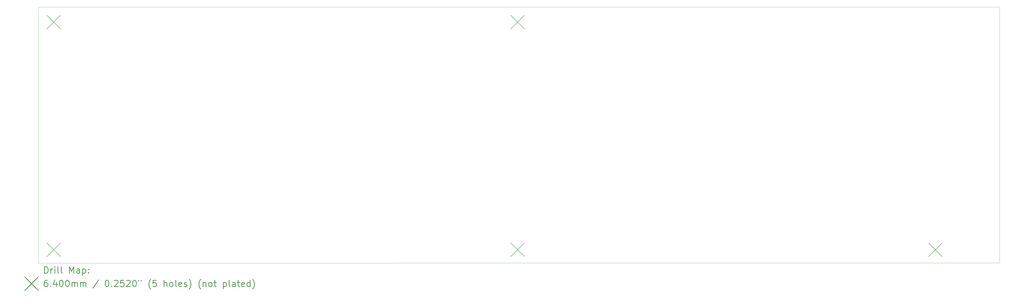
<source format=gbr>
%FSLAX45Y45*%
G04 Gerber Fmt 4.5, Leading zero omitted, Abs format (unit mm)*
G04 Created by KiCad (PCBNEW (5.1.10-1-10_14)) date 2021-11-04 03:33:29*
%MOMM*%
%LPD*%
G01*
G04 APERTURE LIST*
%TA.AperFunction,Profile*%
%ADD10C,0.050000*%
%TD*%
%ADD11C,0.200000*%
%ADD12C,0.300000*%
G04 APERTURE END LIST*
D10*
X50000000Y-15986000D02*
X49784000Y-15986000D01*
X50000000Y-15764000D02*
X50000000Y-15986000D01*
X38354000Y-15986000D02*
X49784000Y-15986000D01*
X50000000Y-4000000D02*
X50000000Y-15764000D01*
X5000000Y-6000000D02*
X5000000Y-4000000D01*
X35000000Y-4000000D02*
X50000000Y-4000000D01*
X5000000Y-16000000D02*
X5000000Y-6000000D01*
X38354000Y-15986000D02*
X5000000Y-16000000D01*
X5000000Y-4000000D02*
X35000000Y-4000000D01*
D11*
X5395000Y-4379000D02*
X6035000Y-5019000D01*
X6035000Y-4379000D02*
X5395000Y-5019000D01*
X5395000Y-15047000D02*
X6035000Y-15687000D01*
X6035000Y-15047000D02*
X5395000Y-15687000D01*
X27112000Y-4379000D02*
X27752000Y-5019000D01*
X27752000Y-4379000D02*
X27112000Y-5019000D01*
X27112000Y-15047000D02*
X27752000Y-15687000D01*
X27752000Y-15047000D02*
X27112000Y-15687000D01*
X46670000Y-15047000D02*
X47310000Y-15687000D01*
X47310000Y-15047000D02*
X46670000Y-15687000D01*
D12*
X5283928Y-16468214D02*
X5283928Y-16168214D01*
X5355357Y-16168214D01*
X5398214Y-16182500D01*
X5426786Y-16211071D01*
X5441071Y-16239643D01*
X5455357Y-16296786D01*
X5455357Y-16339643D01*
X5441071Y-16396786D01*
X5426786Y-16425357D01*
X5398214Y-16453929D01*
X5355357Y-16468214D01*
X5283928Y-16468214D01*
X5583928Y-16468214D02*
X5583928Y-16268214D01*
X5583928Y-16325357D02*
X5598214Y-16296786D01*
X5612500Y-16282500D01*
X5641071Y-16268214D01*
X5669643Y-16268214D01*
X5769643Y-16468214D02*
X5769643Y-16268214D01*
X5769643Y-16168214D02*
X5755357Y-16182500D01*
X5769643Y-16196786D01*
X5783928Y-16182500D01*
X5769643Y-16168214D01*
X5769643Y-16196786D01*
X5955357Y-16468214D02*
X5926786Y-16453929D01*
X5912500Y-16425357D01*
X5912500Y-16168214D01*
X6112500Y-16468214D02*
X6083928Y-16453929D01*
X6069643Y-16425357D01*
X6069643Y-16168214D01*
X6455357Y-16468214D02*
X6455357Y-16168214D01*
X6555357Y-16382500D01*
X6655357Y-16168214D01*
X6655357Y-16468214D01*
X6926786Y-16468214D02*
X6926786Y-16311071D01*
X6912500Y-16282500D01*
X6883928Y-16268214D01*
X6826786Y-16268214D01*
X6798214Y-16282500D01*
X6926786Y-16453929D02*
X6898214Y-16468214D01*
X6826786Y-16468214D01*
X6798214Y-16453929D01*
X6783928Y-16425357D01*
X6783928Y-16396786D01*
X6798214Y-16368214D01*
X6826786Y-16353929D01*
X6898214Y-16353929D01*
X6926786Y-16339643D01*
X7069643Y-16268214D02*
X7069643Y-16568214D01*
X7069643Y-16282500D02*
X7098214Y-16268214D01*
X7155357Y-16268214D01*
X7183928Y-16282500D01*
X7198214Y-16296786D01*
X7212500Y-16325357D01*
X7212500Y-16411071D01*
X7198214Y-16439643D01*
X7183928Y-16453929D01*
X7155357Y-16468214D01*
X7098214Y-16468214D01*
X7069643Y-16453929D01*
X7341071Y-16439643D02*
X7355357Y-16453929D01*
X7341071Y-16468214D01*
X7326786Y-16453929D01*
X7341071Y-16439643D01*
X7341071Y-16468214D01*
X7341071Y-16282500D02*
X7355357Y-16296786D01*
X7341071Y-16311071D01*
X7326786Y-16296786D01*
X7341071Y-16282500D01*
X7341071Y-16311071D01*
X4357500Y-16642500D02*
X4997500Y-17282500D01*
X4997500Y-16642500D02*
X4357500Y-17282500D01*
X5412500Y-16798214D02*
X5355357Y-16798214D01*
X5326786Y-16812500D01*
X5312500Y-16826786D01*
X5283928Y-16869643D01*
X5269643Y-16926786D01*
X5269643Y-17041072D01*
X5283928Y-17069643D01*
X5298214Y-17083929D01*
X5326786Y-17098214D01*
X5383928Y-17098214D01*
X5412500Y-17083929D01*
X5426786Y-17069643D01*
X5441071Y-17041072D01*
X5441071Y-16969643D01*
X5426786Y-16941072D01*
X5412500Y-16926786D01*
X5383928Y-16912500D01*
X5326786Y-16912500D01*
X5298214Y-16926786D01*
X5283928Y-16941072D01*
X5269643Y-16969643D01*
X5569643Y-17069643D02*
X5583928Y-17083929D01*
X5569643Y-17098214D01*
X5555357Y-17083929D01*
X5569643Y-17069643D01*
X5569643Y-17098214D01*
X5841071Y-16898214D02*
X5841071Y-17098214D01*
X5769643Y-16783929D02*
X5698214Y-16998214D01*
X5883928Y-16998214D01*
X6055357Y-16798214D02*
X6083928Y-16798214D01*
X6112500Y-16812500D01*
X6126786Y-16826786D01*
X6141071Y-16855357D01*
X6155357Y-16912500D01*
X6155357Y-16983929D01*
X6141071Y-17041072D01*
X6126786Y-17069643D01*
X6112500Y-17083929D01*
X6083928Y-17098214D01*
X6055357Y-17098214D01*
X6026786Y-17083929D01*
X6012500Y-17069643D01*
X5998214Y-17041072D01*
X5983928Y-16983929D01*
X5983928Y-16912500D01*
X5998214Y-16855357D01*
X6012500Y-16826786D01*
X6026786Y-16812500D01*
X6055357Y-16798214D01*
X6341071Y-16798214D02*
X6369643Y-16798214D01*
X6398214Y-16812500D01*
X6412500Y-16826786D01*
X6426786Y-16855357D01*
X6441071Y-16912500D01*
X6441071Y-16983929D01*
X6426786Y-17041072D01*
X6412500Y-17069643D01*
X6398214Y-17083929D01*
X6369643Y-17098214D01*
X6341071Y-17098214D01*
X6312500Y-17083929D01*
X6298214Y-17069643D01*
X6283928Y-17041072D01*
X6269643Y-16983929D01*
X6269643Y-16912500D01*
X6283928Y-16855357D01*
X6298214Y-16826786D01*
X6312500Y-16812500D01*
X6341071Y-16798214D01*
X6569643Y-17098214D02*
X6569643Y-16898214D01*
X6569643Y-16926786D02*
X6583928Y-16912500D01*
X6612500Y-16898214D01*
X6655357Y-16898214D01*
X6683928Y-16912500D01*
X6698214Y-16941072D01*
X6698214Y-17098214D01*
X6698214Y-16941072D02*
X6712500Y-16912500D01*
X6741071Y-16898214D01*
X6783928Y-16898214D01*
X6812500Y-16912500D01*
X6826786Y-16941072D01*
X6826786Y-17098214D01*
X6969643Y-17098214D02*
X6969643Y-16898214D01*
X6969643Y-16926786D02*
X6983928Y-16912500D01*
X7012500Y-16898214D01*
X7055357Y-16898214D01*
X7083928Y-16912500D01*
X7098214Y-16941072D01*
X7098214Y-17098214D01*
X7098214Y-16941072D02*
X7112500Y-16912500D01*
X7141071Y-16898214D01*
X7183928Y-16898214D01*
X7212500Y-16912500D01*
X7226786Y-16941072D01*
X7226786Y-17098214D01*
X7812500Y-16783929D02*
X7555357Y-17169643D01*
X8198214Y-16798214D02*
X8226786Y-16798214D01*
X8255357Y-16812500D01*
X8269643Y-16826786D01*
X8283928Y-16855357D01*
X8298214Y-16912500D01*
X8298214Y-16983929D01*
X8283928Y-17041072D01*
X8269643Y-17069643D01*
X8255357Y-17083929D01*
X8226786Y-17098214D01*
X8198214Y-17098214D01*
X8169643Y-17083929D01*
X8155357Y-17069643D01*
X8141071Y-17041072D01*
X8126786Y-16983929D01*
X8126786Y-16912500D01*
X8141071Y-16855357D01*
X8155357Y-16826786D01*
X8169643Y-16812500D01*
X8198214Y-16798214D01*
X8426786Y-17069643D02*
X8441071Y-17083929D01*
X8426786Y-17098214D01*
X8412500Y-17083929D01*
X8426786Y-17069643D01*
X8426786Y-17098214D01*
X8555357Y-16826786D02*
X8569643Y-16812500D01*
X8598214Y-16798214D01*
X8669643Y-16798214D01*
X8698214Y-16812500D01*
X8712500Y-16826786D01*
X8726786Y-16855357D01*
X8726786Y-16883929D01*
X8712500Y-16926786D01*
X8541071Y-17098214D01*
X8726786Y-17098214D01*
X8998214Y-16798214D02*
X8855357Y-16798214D01*
X8841071Y-16941072D01*
X8855357Y-16926786D01*
X8883928Y-16912500D01*
X8955357Y-16912500D01*
X8983928Y-16926786D01*
X8998214Y-16941072D01*
X9012500Y-16969643D01*
X9012500Y-17041072D01*
X8998214Y-17069643D01*
X8983928Y-17083929D01*
X8955357Y-17098214D01*
X8883928Y-17098214D01*
X8855357Y-17083929D01*
X8841071Y-17069643D01*
X9126786Y-16826786D02*
X9141071Y-16812500D01*
X9169643Y-16798214D01*
X9241071Y-16798214D01*
X9269643Y-16812500D01*
X9283928Y-16826786D01*
X9298214Y-16855357D01*
X9298214Y-16883929D01*
X9283928Y-16926786D01*
X9112500Y-17098214D01*
X9298214Y-17098214D01*
X9483928Y-16798214D02*
X9512500Y-16798214D01*
X9541071Y-16812500D01*
X9555357Y-16826786D01*
X9569643Y-16855357D01*
X9583928Y-16912500D01*
X9583928Y-16983929D01*
X9569643Y-17041072D01*
X9555357Y-17069643D01*
X9541071Y-17083929D01*
X9512500Y-17098214D01*
X9483928Y-17098214D01*
X9455357Y-17083929D01*
X9441071Y-17069643D01*
X9426786Y-17041072D01*
X9412500Y-16983929D01*
X9412500Y-16912500D01*
X9426786Y-16855357D01*
X9441071Y-16826786D01*
X9455357Y-16812500D01*
X9483928Y-16798214D01*
X9698214Y-16798214D02*
X9698214Y-16855357D01*
X9812500Y-16798214D02*
X9812500Y-16855357D01*
X10255357Y-17212500D02*
X10241071Y-17198214D01*
X10212500Y-17155357D01*
X10198214Y-17126786D01*
X10183928Y-17083929D01*
X10169643Y-17012500D01*
X10169643Y-16955357D01*
X10183928Y-16883929D01*
X10198214Y-16841072D01*
X10212500Y-16812500D01*
X10241071Y-16769643D01*
X10255357Y-16755357D01*
X10512500Y-16798214D02*
X10369643Y-16798214D01*
X10355357Y-16941072D01*
X10369643Y-16926786D01*
X10398214Y-16912500D01*
X10469643Y-16912500D01*
X10498214Y-16926786D01*
X10512500Y-16941072D01*
X10526786Y-16969643D01*
X10526786Y-17041072D01*
X10512500Y-17069643D01*
X10498214Y-17083929D01*
X10469643Y-17098214D01*
X10398214Y-17098214D01*
X10369643Y-17083929D01*
X10355357Y-17069643D01*
X10883928Y-17098214D02*
X10883928Y-16798214D01*
X11012500Y-17098214D02*
X11012500Y-16941072D01*
X10998214Y-16912500D01*
X10969643Y-16898214D01*
X10926786Y-16898214D01*
X10898214Y-16912500D01*
X10883928Y-16926786D01*
X11198214Y-17098214D02*
X11169643Y-17083929D01*
X11155357Y-17069643D01*
X11141071Y-17041072D01*
X11141071Y-16955357D01*
X11155357Y-16926786D01*
X11169643Y-16912500D01*
X11198214Y-16898214D01*
X11241071Y-16898214D01*
X11269643Y-16912500D01*
X11283928Y-16926786D01*
X11298214Y-16955357D01*
X11298214Y-17041072D01*
X11283928Y-17069643D01*
X11269643Y-17083929D01*
X11241071Y-17098214D01*
X11198214Y-17098214D01*
X11469643Y-17098214D02*
X11441071Y-17083929D01*
X11426786Y-17055357D01*
X11426786Y-16798214D01*
X11698214Y-17083929D02*
X11669643Y-17098214D01*
X11612500Y-17098214D01*
X11583928Y-17083929D01*
X11569643Y-17055357D01*
X11569643Y-16941072D01*
X11583928Y-16912500D01*
X11612500Y-16898214D01*
X11669643Y-16898214D01*
X11698214Y-16912500D01*
X11712500Y-16941072D01*
X11712500Y-16969643D01*
X11569643Y-16998214D01*
X11826786Y-17083929D02*
X11855357Y-17098214D01*
X11912500Y-17098214D01*
X11941071Y-17083929D01*
X11955357Y-17055357D01*
X11955357Y-17041072D01*
X11941071Y-17012500D01*
X11912500Y-16998214D01*
X11869643Y-16998214D01*
X11841071Y-16983929D01*
X11826786Y-16955357D01*
X11826786Y-16941072D01*
X11841071Y-16912500D01*
X11869643Y-16898214D01*
X11912500Y-16898214D01*
X11941071Y-16912500D01*
X12055357Y-17212500D02*
X12069643Y-17198214D01*
X12098214Y-17155357D01*
X12112500Y-17126786D01*
X12126786Y-17083929D01*
X12141071Y-17012500D01*
X12141071Y-16955357D01*
X12126786Y-16883929D01*
X12112500Y-16841072D01*
X12098214Y-16812500D01*
X12069643Y-16769643D01*
X12055357Y-16755357D01*
X12598214Y-17212500D02*
X12583928Y-17198214D01*
X12555357Y-17155357D01*
X12541071Y-17126786D01*
X12526786Y-17083929D01*
X12512500Y-17012500D01*
X12512500Y-16955357D01*
X12526786Y-16883929D01*
X12541071Y-16841072D01*
X12555357Y-16812500D01*
X12583928Y-16769643D01*
X12598214Y-16755357D01*
X12712500Y-16898214D02*
X12712500Y-17098214D01*
X12712500Y-16926786D02*
X12726786Y-16912500D01*
X12755357Y-16898214D01*
X12798214Y-16898214D01*
X12826786Y-16912500D01*
X12841071Y-16941072D01*
X12841071Y-17098214D01*
X13026786Y-17098214D02*
X12998214Y-17083929D01*
X12983928Y-17069643D01*
X12969643Y-17041072D01*
X12969643Y-16955357D01*
X12983928Y-16926786D01*
X12998214Y-16912500D01*
X13026786Y-16898214D01*
X13069643Y-16898214D01*
X13098214Y-16912500D01*
X13112500Y-16926786D01*
X13126786Y-16955357D01*
X13126786Y-17041072D01*
X13112500Y-17069643D01*
X13098214Y-17083929D01*
X13069643Y-17098214D01*
X13026786Y-17098214D01*
X13212500Y-16898214D02*
X13326786Y-16898214D01*
X13255357Y-16798214D02*
X13255357Y-17055357D01*
X13269643Y-17083929D01*
X13298214Y-17098214D01*
X13326786Y-17098214D01*
X13655357Y-16898214D02*
X13655357Y-17198214D01*
X13655357Y-16912500D02*
X13683928Y-16898214D01*
X13741071Y-16898214D01*
X13769643Y-16912500D01*
X13783928Y-16926786D01*
X13798214Y-16955357D01*
X13798214Y-17041072D01*
X13783928Y-17069643D01*
X13769643Y-17083929D01*
X13741071Y-17098214D01*
X13683928Y-17098214D01*
X13655357Y-17083929D01*
X13969643Y-17098214D02*
X13941071Y-17083929D01*
X13926786Y-17055357D01*
X13926786Y-16798214D01*
X14212500Y-17098214D02*
X14212500Y-16941072D01*
X14198214Y-16912500D01*
X14169643Y-16898214D01*
X14112500Y-16898214D01*
X14083928Y-16912500D01*
X14212500Y-17083929D02*
X14183928Y-17098214D01*
X14112500Y-17098214D01*
X14083928Y-17083929D01*
X14069643Y-17055357D01*
X14069643Y-17026786D01*
X14083928Y-16998214D01*
X14112500Y-16983929D01*
X14183928Y-16983929D01*
X14212500Y-16969643D01*
X14312500Y-16898214D02*
X14426786Y-16898214D01*
X14355357Y-16798214D02*
X14355357Y-17055357D01*
X14369643Y-17083929D01*
X14398214Y-17098214D01*
X14426786Y-17098214D01*
X14641071Y-17083929D02*
X14612500Y-17098214D01*
X14555357Y-17098214D01*
X14526786Y-17083929D01*
X14512500Y-17055357D01*
X14512500Y-16941072D01*
X14526786Y-16912500D01*
X14555357Y-16898214D01*
X14612500Y-16898214D01*
X14641071Y-16912500D01*
X14655357Y-16941072D01*
X14655357Y-16969643D01*
X14512500Y-16998214D01*
X14912500Y-17098214D02*
X14912500Y-16798214D01*
X14912500Y-17083929D02*
X14883928Y-17098214D01*
X14826786Y-17098214D01*
X14798214Y-17083929D01*
X14783928Y-17069643D01*
X14769643Y-17041072D01*
X14769643Y-16955357D01*
X14783928Y-16926786D01*
X14798214Y-16912500D01*
X14826786Y-16898214D01*
X14883928Y-16898214D01*
X14912500Y-16912500D01*
X15026786Y-17212500D02*
X15041071Y-17198214D01*
X15069643Y-17155357D01*
X15083928Y-17126786D01*
X15098214Y-17083929D01*
X15112500Y-17012500D01*
X15112500Y-16955357D01*
X15098214Y-16883929D01*
X15083928Y-16841072D01*
X15069643Y-16812500D01*
X15041071Y-16769643D01*
X15026786Y-16755357D01*
M02*

</source>
